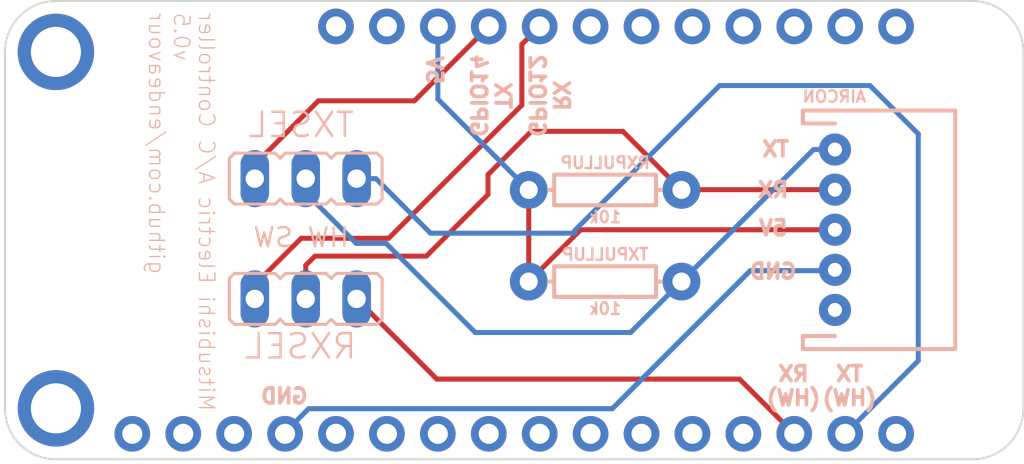
<source format=kicad_pcb>
(kicad_pcb (version 20171130) (host pcbnew 5.0.2+dfsg1-1)

  (general
    (thickness 1.6)
    (drawings 11)
    (tracks 65)
    (zones 0)
    (modules 6)
    (nets 32)
  )

  (page A4)
  (layers
    (0 Top signal)
    (31 Bottom signal)
    (32 B.Adhes user)
    (33 F.Adhes user)
    (34 B.Paste user)
    (35 F.Paste user)
    (36 B.SilkS user)
    (37 F.SilkS user)
    (38 B.Mask user)
    (39 F.Mask user)
    (40 Dwgs.User user)
    (41 Cmts.User user)
    (42 Eco1.User user)
    (43 Eco2.User user)
    (44 Edge.Cuts user)
    (45 Margin user)
    (46 B.CrtYd user)
    (47 F.CrtYd user)
    (48 B.Fab user)
    (49 F.Fab user)
  )

  (setup
    (last_trace_width 0.25)
    (trace_clearance 0.1524)
    (zone_clearance 0.508)
    (zone_45_only no)
    (trace_min 0.2)
    (segment_width 0.2)
    (edge_width 0.15)
    (via_size 0.8)
    (via_drill 0.4)
    (via_min_size 0.4)
    (via_min_drill 0.3)
    (uvia_size 0.3)
    (uvia_drill 0.1)
    (uvias_allowed no)
    (uvia_min_size 0.2)
    (uvia_min_drill 0.1)
    (pcb_text_width 0.3)
    (pcb_text_size 1.5 1.5)
    (mod_edge_width 0.15)
    (mod_text_size 1 1)
    (mod_text_width 0.15)
    (pad_size 2.8448 1.4224)
    (pad_drill 0.9144)
    (pad_to_mask_clearance 0.051)
    (solder_mask_min_width 0.25)
    (aux_axis_origin 0 0)
    (visible_elements FFFFFF7F)
    (pcbplotparams
      (layerselection 0x010fc_ffffffff)
      (usegerberextensions false)
      (usegerberattributes false)
      (usegerberadvancedattributes false)
      (creategerberjobfile false)
      (excludeedgelayer true)
      (linewidth 0.100000)
      (plotframeref false)
      (viasonmask false)
      (mode 1)
      (useauxorigin false)
      (hpglpennumber 1)
      (hpglpenspeed 20)
      (hpglpendiameter 15.000000)
      (psnegative false)
      (psa4output false)
      (plotreference true)
      (plotvalue true)
      (plotinvisibletext false)
      (padsonsilk false)
      (subtractmaskfromsilk false)
      (outputformat 1)
      (mirror false)
      (drillshape 1)
      (scaleselection 1)
      (outputdirectory ""))
  )

  (net 0 "")
  (net 1 "Net-(MS1-Pad1)")
  (net 2 3V)
  (net 3 "Net-(MS1-Pad3)")
  (net 4 /GND)
  (net 5 "Net-(MS1-Pad16)")
  (net 6 "Net-(MS1-Pad15)")
  (net 7 "Net-(MS1-Pad14)")
  (net 8 "Net-(MS1-Pad13)")
  (net 9 "Net-(MS1-Pad12)")
  (net 10 "Net-(MS1-Pad11)")
  (net 11 "Net-(MS1-Pad10)")
  (net 12 "Net-(MS1-Pad9)")
  (net 13 "Net-(MS1-Pad8)")
  (net 14 "Net-(MS1-Pad7)")
  (net 15 "Net-(MS1-Pad6)")
  (net 16 "Net-(MS1-Pad5)")
  (net 17 "Net-(MS1-Pad17)")
  (net 18 "Net-(MS1-Pad18)")
  (net 19 "Net-(MS1-Pad19)")
  (net 20 "Net-(MS1-Pad20)")
  (net 21 "Net-(MS1-Pad21)")
  (net 22 "Net-(MS1-Pad22)")
  (net 23 "Net-(MS1-Pad23)")
  (net 24 "Net-(MS1-Pad24)")
  (net 25 "Net-(MS1-Pad25)")
  (net 26 /USB)
  (net 27 "Net-(MS1-Pad27)")
  (net 28 VBAT)
  (net 29 /RX)
  (net 30 /N$1)
  (net 31 /12V)

  (net_class Default "This is the default net class."
    (clearance 0.1524)
    (trace_width 0.25)
    (via_dia 0.8)
    (via_drill 0.4)
    (uvia_dia 0.3)
    (uvia_drill 0.1)
    (add_net /12V)
    (add_net /GND)
    (add_net /N$1)
    (add_net /RX)
    (add_net /USB)
    (add_net 3V)
    (add_net "Net-(MS1-Pad1)")
    (add_net "Net-(MS1-Pad10)")
    (add_net "Net-(MS1-Pad11)")
    (add_net "Net-(MS1-Pad12)")
    (add_net "Net-(MS1-Pad13)")
    (add_net "Net-(MS1-Pad14)")
    (add_net "Net-(MS1-Pad15)")
    (add_net "Net-(MS1-Pad16)")
    (add_net "Net-(MS1-Pad17)")
    (add_net "Net-(MS1-Pad18)")
    (add_net "Net-(MS1-Pad19)")
    (add_net "Net-(MS1-Pad20)")
    (add_net "Net-(MS1-Pad21)")
    (add_net "Net-(MS1-Pad22)")
    (add_net "Net-(MS1-Pad23)")
    (add_net "Net-(MS1-Pad24)")
    (add_net "Net-(MS1-Pad25)")
    (add_net "Net-(MS1-Pad27)")
    (add_net "Net-(MS1-Pad3)")
    (add_net "Net-(MS1-Pad5)")
    (add_net "Net-(MS1-Pad6)")
    (add_net "Net-(MS1-Pad7)")
    (add_net "Net-(MS1-Pad8)")
    (add_net "Net-(MS1-Pad9)")
    (add_net VBAT)
  )

  (module shield2:FEATHERWING (layer Top) (tedit 0) (tstamp 5CCF2CAB)
    (at 148.5011 105.0036)
    (path /F080EFF09DEB2709)
    (fp_text reference MS1 (at 0 0) (layer F.SilkS) hide
      (effects (font (size 1.27 1.27) (thickness 0.15)))
    )
    (fp_text value FEATHERWING (at 0 0) (layer F.SilkS) hide
      (effects (font (size 1.27 1.27) (thickness 0.15)))
    )
    (fp_arc (start 2.54 -2.54) (end 0 -2.54) (angle -90) (layer Edge.Cuts) (width 0.1))
    (fp_line (start 0 -20.32) (end 0 -2.54) (layer Edge.Cuts) (width 0.1))
    (fp_arc (start 2.54 -20.32) (end 2.54 -22.86) (angle -90) (layer Edge.Cuts) (width 0.1))
    (fp_line (start 48.26 -22.86) (end 2.54 -22.86) (layer Edge.Cuts) (width 0.1))
    (fp_arc (start 48.26 -20.32) (end 50.8 -20.32) (angle -90) (layer Edge.Cuts) (width 0.1))
    (fp_line (start 50.8 -2.54) (end 50.8 -20.32) (layer Edge.Cuts) (width 0.1))
    (fp_arc (start 48.26 -2.54) (end 48.26 0) (angle -90) (layer Edge.Cuts) (width 0.1))
    (fp_line (start 2.54 0) (end 48.26 0) (layer Edge.Cuts) (width 0.1))
    (pad 1 thru_hole circle (at 6.35 -1.27) (size 1.778 1.778) (drill 1) (layers *.Cu *.Mask)
      (net 1 "Net-(MS1-Pad1)") (solder_mask_margin 0.1016))
    (pad 2 thru_hole circle (at 8.89 -1.27) (size 1.778 1.778) (drill 1) (layers *.Cu *.Mask)
      (net 2 3V) (solder_mask_margin 0.1016))
    (pad 3 thru_hole circle (at 11.43 -1.27) (size 1.778 1.778) (drill 1) (layers *.Cu *.Mask)
      (net 3 "Net-(MS1-Pad3)") (solder_mask_margin 0.1016))
    (pad 4 thru_hole circle (at 13.97 -1.27) (size 1.778 1.778) (drill 1) (layers *.Cu *.Mask)
      (net 4 /GND) (solder_mask_margin 0.1016))
    (pad 16 thru_hole circle (at 44.45 -1.27) (size 1.778 1.778) (drill 1) (layers *.Cu *.Mask)
      (net 5 "Net-(MS1-Pad16)") (solder_mask_margin 0.1016))
    (pad 15 thru_hole circle (at 41.91 -1.27) (size 1.778 1.778) (drill 1) (layers *.Cu *.Mask)
      (net 6 "Net-(MS1-Pad15)") (solder_mask_margin 0.1016))
    (pad 14 thru_hole circle (at 39.37 -1.27) (size 1.778 1.778) (drill 1) (layers *.Cu *.Mask)
      (net 7 "Net-(MS1-Pad14)") (solder_mask_margin 0.1016))
    (pad 13 thru_hole circle (at 36.83 -1.27) (size 1.778 1.778) (drill 1) (layers *.Cu *.Mask)
      (net 8 "Net-(MS1-Pad13)") (solder_mask_margin 0.1016))
    (pad 12 thru_hole circle (at 34.29 -1.27) (size 1.778 1.778) (drill 1) (layers *.Cu *.Mask)
      (net 9 "Net-(MS1-Pad12)") (solder_mask_margin 0.1016))
    (pad 11 thru_hole circle (at 31.75 -1.27) (size 1.778 1.778) (drill 1) (layers *.Cu *.Mask)
      (net 10 "Net-(MS1-Pad11)") (solder_mask_margin 0.1016))
    (pad 10 thru_hole circle (at 29.21 -1.27) (size 1.778 1.778) (drill 1) (layers *.Cu *.Mask)
      (net 11 "Net-(MS1-Pad10)") (solder_mask_margin 0.1016))
    (pad 9 thru_hole circle (at 26.67 -1.27) (size 1.778 1.778) (drill 1) (layers *.Cu *.Mask)
      (net 12 "Net-(MS1-Pad9)") (solder_mask_margin 0.1016))
    (pad 8 thru_hole circle (at 24.13 -1.27) (size 1.778 1.778) (drill 1) (layers *.Cu *.Mask)
      (net 13 "Net-(MS1-Pad8)") (solder_mask_margin 0.1016))
    (pad 7 thru_hole circle (at 21.59 -1.27) (size 1.778 1.778) (drill 1) (layers *.Cu *.Mask)
      (net 14 "Net-(MS1-Pad7)") (solder_mask_margin 0.1016))
    (pad 6 thru_hole circle (at 19.05 -1.27) (size 1.778 1.778) (drill 1) (layers *.Cu *.Mask)
      (net 15 "Net-(MS1-Pad6)") (solder_mask_margin 0.1016))
    (pad 5 thru_hole circle (at 16.51 -1.27) (size 1.778 1.778) (drill 1) (layers *.Cu *.Mask)
      (net 16 "Net-(MS1-Pad5)") (solder_mask_margin 0.1016))
    (pad 17 thru_hole circle (at 44.45 -21.59) (size 1.778 1.778) (drill 1) (layers *.Cu *.Mask)
      (net 17 "Net-(MS1-Pad17)") (solder_mask_margin 0.1016))
    (pad 18 thru_hole circle (at 41.91 -21.59) (size 1.778 1.778) (drill 1) (layers *.Cu *.Mask)
      (net 18 "Net-(MS1-Pad18)") (solder_mask_margin 0.1016))
    (pad 19 thru_hole circle (at 39.37 -21.59) (size 1.778 1.778) (drill 1) (layers *.Cu *.Mask)
      (net 19 "Net-(MS1-Pad19)") (solder_mask_margin 0.1016))
    (pad 20 thru_hole circle (at 36.83 -21.59) (size 1.778 1.778) (drill 1) (layers *.Cu *.Mask)
      (net 20 "Net-(MS1-Pad20)") (solder_mask_margin 0.1016))
    (pad 21 thru_hole circle (at 34.29 -21.59) (size 1.778 1.778) (drill 1) (layers *.Cu *.Mask)
      (net 21 "Net-(MS1-Pad21)") (solder_mask_margin 0.1016))
    (pad 22 thru_hole circle (at 31.75 -21.59) (size 1.778 1.778) (drill 1) (layers *.Cu *.Mask)
      (net 22 "Net-(MS1-Pad22)") (solder_mask_margin 0.1016))
    (pad 23 thru_hole circle (at 29.21 -21.59) (size 1.778 1.778) (drill 1) (layers *.Cu *.Mask)
      (net 23 "Net-(MS1-Pad23)") (solder_mask_margin 0.1016))
    (pad 24 thru_hole circle (at 26.67 -21.59) (size 1.778 1.778) (drill 1) (layers *.Cu *.Mask)
      (net 24 "Net-(MS1-Pad24)") (solder_mask_margin 0.1016))
    (pad 25 thru_hole circle (at 24.13 -21.59) (size 1.778 1.778) (drill 1) (layers *.Cu *.Mask)
      (net 25 "Net-(MS1-Pad25)") (solder_mask_margin 0.1016))
    (pad 26 thru_hole circle (at 21.59 -21.59) (size 1.778 1.778) (drill 1) (layers *.Cu *.Mask)
      (net 26 /USB) (solder_mask_margin 0.1016))
    (pad 27 thru_hole circle (at 19.05 -21.59) (size 1.778 1.778) (drill 1) (layers *.Cu *.Mask)
      (net 27 "Net-(MS1-Pad27)") (solder_mask_margin 0.1016))
    (pad 28 thru_hole circle (at 16.51 -21.59) (size 1.778 1.778) (drill 1) (layers *.Cu *.Mask)
      (net 28 VBAT) (solder_mask_margin 0.1016))
    (pad P$2 thru_hole circle (at 2.54 -2.54) (size 3.81 3.81) (drill 2.5) (layers *.Cu *.Mask)
      (solder_mask_margin 0.1016))
    (pad P$1 thru_hole circle (at 2.54 -20.32) (size 3.81 3.81) (drill 2.5) (layers *.Cu *.Mask)
      (solder_mask_margin 0.1016))
    (pad "" np_thru_hole circle (at 48.26 -2.54) (size 2.54 2.54) (drill 2.54) (layers *.Cu *.Mask))
    (pad "" np_thru_hole circle (at 48.26 -20.32) (size 2.54 2.54) (drill 2.54) (layers *.Cu *.Mask))
  )

  (module shield2:JST-5-PTH (layer Bottom) (tedit 5CCF39C3) (tstamp 5CCF2C9C)
    (at 189.9011 93.5536 90)
    (descr "<h3>JST 5 Pin Right Angle Plated Through Hole</h3>\n<p>Specifications:\n<ul><li>Pin count: 5</li>\n<li>Pin pitch: 2mm</li>\n</ul></p>\n<p><a href=”https://www.sparkfun.com/datasheets/Prototyping/ePH.pdf”>Datasheet referenced for footprint</a></p>\n<p>Example device(s):\n<ul><li>CONN_05</li>\n</ul></p>")
    (path /2D5C491CC1F1BB60)
    (fp_text reference AIRCON (at 6.3046 1.6149 180) (layer B.SilkS)
      (effects (font (size 0.57912 0.57912) (thickness 0.115824)) (justify left bottom mirror))
    )
    (fp_text value CONN_05JST (at -1.651 2.413 90) (layer B.Fab)
      (effects (font (size 0.57912 0.57912) (thickness 0.115824)) (justify left bottom mirror))
    )
    (fp_line (start 5.3 -1.6) (end 5.3 0) (layer B.SilkS) (width 0.2032))
    (fp_line (start -5.3 -1.6) (end -5.3 0) (layer B.SilkS) (width 0.2032))
    (fp_line (start 5.95 -1.6) (end 5.3 -1.6) (layer B.SilkS) (width 0.2032))
    (fp_line (start -5.95 -1.6) (end -5.3 -1.6) (layer B.SilkS) (width 0.2032))
    (fp_line (start 5.95 6) (end 5.95 -1.6) (layer B.SilkS) (width 0.2032))
    (fp_line (start -5.95 6) (end 5.95 6) (layer B.SilkS) (width 0.2032))
    (fp_line (start -5.95 -1.6) (end -5.95 6) (layer B.SilkS) (width 0.2032))
    (pad TX thru_hole circle (at 4 0 90) (size 1.6 1.6) (drill 0.7) (layers *.Cu *.Mask)
      (solder_mask_margin 0.1016))
    (pad RX thru_hole circle (at 2 0 90) (size 1.6 1.6) (drill 0.7) (layers *.Cu *.Mask)
      (solder_mask_margin 0.1016))
    (pad 3 thru_hole circle (at 0 0 90) (size 1.6 1.6) (drill 0.7) (layers *.Cu *.Mask)
      (net 26 /USB) (solder_mask_margin 0.1016))
    (pad 2 thru_hole circle (at -2 0 90) (size 1.6 1.6) (drill 0.7) (layers *.Cu *.Mask)
      (net 4 /GND) (solder_mask_margin 0.1016))
    (pad 1 thru_hole circle (at -4 0 90) (size 1.6 1.6) (drill 0.7) (layers *.Cu *.Mask)
      (net 31 /12V) (solder_mask_margin 0.1016))
  )

  (module shield2:JP2 (layer Bottom) (tedit 5CCF3A20) (tstamp 5CCF2CD6)
    (at 163.5011 91.0036 180)
    (descr <b>JUMPER</b>)
    (path /15EE9C61BAD0AD58)
    (fp_text reference TXSEL (at -2.4879 1.9766) (layer B.SilkS)
      (effects (font (size 1.2065 1.2065) (thickness 0.12065)) (justify left bottom mirror))
    )
    (fp_text value JP2E (at -3.556 -4.318) (layer B.Fab)
      (effects (font (size 1.2065 1.2065) (thickness 0.12065)) (justify left bottom mirror))
    )
    (fp_poly (pts (xy 2.2352 -0.3048) (xy 2.8448 -0.3048) (xy 2.8448 0.3048) (xy 2.2352 0.3048)) (layer B.Fab) (width 0))
    (fp_poly (pts (xy -0.3048 -0.3048) (xy 0.3048 -0.3048) (xy 0.3048 0.3048) (xy -0.3048 0.3048)) (layer B.Fab) (width 0))
    (fp_poly (pts (xy -2.8448 -0.3048) (xy -2.2352 -0.3048) (xy -2.2352 0.3048) (xy -2.8448 0.3048)) (layer B.Fab) (width 0))
    (fp_text user SW (at 0.5601 -3.4844 180) (layer B.SilkS)
      (effects (font (size 0.94107 0.94107) (thickness 0.118872)) (justify left bottom mirror))
    )
    (fp_text user "" (at 0 -2.667 180) (layer B.SilkS)
      (effects (font (size 0.94107 0.94107) (thickness 0.118872)) (justify left bottom mirror))
    )
    (fp_text user HW (at -2.2339 -3.4844 180) (layer B.SilkS)
      (effects (font (size 0.94107 0.94107) (thickness 0.118872)) (justify left bottom mirror))
    )
    (fp_line (start -1.524 -1.27) (end -3.556 -1.27) (layer B.SilkS) (width 0.1524))
    (fp_line (start 1.016 -1.27) (end -1.016 -1.27) (layer B.SilkS) (width 0.1524))
    (fp_line (start -3.81 -1.016) (end -3.556 -1.27) (layer B.SilkS) (width 0.1524))
    (fp_line (start -1.524 -1.27) (end -1.27 -1.016) (layer B.SilkS) (width 0.1524))
    (fp_line (start -1.27 -1.016) (end -1.016 -1.27) (layer B.SilkS) (width 0.1524))
    (fp_line (start 1.016 -1.27) (end 1.27 -1.016) (layer B.SilkS) (width 0.1524))
    (fp_line (start -1.524 1.27) (end -3.556 1.27) (layer B.SilkS) (width 0.1524))
    (fp_line (start -3.81 1.016) (end -3.556 1.27) (layer B.SilkS) (width 0.1524))
    (fp_line (start -1.524 1.27) (end -1.27 1.016) (layer B.SilkS) (width 0.1524))
    (fp_line (start -1.27 1.016) (end -1.016 1.27) (layer B.SilkS) (width 0.1524))
    (fp_line (start 1.016 1.27) (end -1.016 1.27) (layer B.SilkS) (width 0.1524))
    (fp_line (start 1.016 1.27) (end 1.27 1.016) (layer B.SilkS) (width 0.1524))
    (fp_line (start 3.81 1.016) (end 3.81 -1.016) (layer B.SilkS) (width 0.1524))
    (fp_line (start 3.556 1.27) (end 3.81 1.016) (layer B.SilkS) (width 0.1524))
    (fp_line (start 3.556 -1.27) (end 3.81 -1.016) (layer B.SilkS) (width 0.1524))
    (fp_line (start 1.27 -1.016) (end 1.524 -1.27) (layer B.SilkS) (width 0.1524))
    (fp_line (start 3.556 -1.27) (end 1.524 -1.27) (layer B.SilkS) (width 0.1524))
    (fp_line (start 1.27 1.016) (end 1.524 1.27) (layer B.SilkS) (width 0.1524))
    (fp_line (start 3.556 1.27) (end 1.524 1.27) (layer B.SilkS) (width 0.1524))
    (fp_line (start -3.81 -1.016) (end -3.81 1.016) (layer B.SilkS) (width 0.1524))
    (pad 3 thru_hole oval (at 2.54 0 90) (size 2.8448 1.4224) (drill 0.9144) (layers *.Cu *.Mask)
      (net 25 "Net-(MS1-Pad25)") (solder_mask_margin 0.1016))
    (pad 2 thru_hole oval (at 0 0 90) (size 2.8448 1.4224) (drill 0.9144) (layers *.Cu *.Mask)
      (net 29 /RX) (solder_mask_margin 0.1016))
    (pad 1 thru_hole oval (at -2.54 0 90) (size 2.8448 1.4224) (drill 0.9144) (layers *.Cu *.Mask)
      (net 6 "Net-(MS1-Pad15)") (solder_mask_margin 0.1016))
  )

  (module shield2:JP2 (layer Bottom) (tedit 5CCF2DB1) (tstamp 5CCF2CF6)
    (at 163.5011 97.0036 180)
    (descr <b>JUMPER</b>)
    (path /3CE41840505343D8)
    (fp_text reference RXSEL (at -2.6149 -3.0724) (layer B.SilkS)
      (effects (font (size 1.2065 1.2065) (thickness 0.12065)) (justify left bottom mirror))
    )
    (fp_text value JP2E (at -3.556 -4.318) (layer B.Fab)
      (effects (font (size 1.2065 1.2065) (thickness 0.12065)) (justify left bottom mirror))
    )
    (fp_poly (pts (xy 2.2352 -0.3048) (xy 2.8448 -0.3048) (xy 2.8448 0.3048) (xy 2.2352 0.3048)) (layer B.Fab) (width 0))
    (fp_poly (pts (xy -0.3048 -0.3048) (xy 0.3048 -0.3048) (xy 0.3048 0.3048) (xy -0.3048 0.3048)) (layer B.Fab) (width 0))
    (fp_poly (pts (xy -2.8448 -0.3048) (xy -2.2352 -0.3048) (xy -2.2352 0.3048) (xy -2.8448 0.3048)) (layer B.Fab) (width 0))
    (fp_text user "" (at 2.54 -2.667 180) (layer B.SilkS)
      (effects (font (size 0.94107 0.94107) (thickness 0.118872)) (justify left bottom mirror))
    )
    (fp_text user "" (at 0 -2.667 180) (layer B.SilkS)
      (effects (font (size 0.94107 0.94107) (thickness 0.118872)) (justify left bottom mirror))
    )
    (fp_text user "" (at -2.54 -2.667 180) (layer B.SilkS)
      (effects (font (size 0.94107 0.94107) (thickness 0.118872)) (justify left bottom mirror))
    )
    (fp_line (start -1.524 -1.27) (end -3.556 -1.27) (layer B.SilkS) (width 0.1524))
    (fp_line (start 1.016 -1.27) (end -1.016 -1.27) (layer B.SilkS) (width 0.1524))
    (fp_line (start -3.81 -1.016) (end -3.556 -1.27) (layer B.SilkS) (width 0.1524))
    (fp_line (start -1.524 -1.27) (end -1.27 -1.016) (layer B.SilkS) (width 0.1524))
    (fp_line (start -1.27 -1.016) (end -1.016 -1.27) (layer B.SilkS) (width 0.1524))
    (fp_line (start 1.016 -1.27) (end 1.27 -1.016) (layer B.SilkS) (width 0.1524))
    (fp_line (start -1.524 1.27) (end -3.556 1.27) (layer B.SilkS) (width 0.1524))
    (fp_line (start -3.81 1.016) (end -3.556 1.27) (layer B.SilkS) (width 0.1524))
    (fp_line (start -1.524 1.27) (end -1.27 1.016) (layer B.SilkS) (width 0.1524))
    (fp_line (start -1.27 1.016) (end -1.016 1.27) (layer B.SilkS) (width 0.1524))
    (fp_line (start 1.016 1.27) (end -1.016 1.27) (layer B.SilkS) (width 0.1524))
    (fp_line (start 1.016 1.27) (end 1.27 1.016) (layer B.SilkS) (width 0.1524))
    (fp_line (start 3.81 1.016) (end 3.81 -1.016) (layer B.SilkS) (width 0.1524))
    (fp_line (start 3.556 1.27) (end 3.81 1.016) (layer B.SilkS) (width 0.1524))
    (fp_line (start 3.556 -1.27) (end 3.81 -1.016) (layer B.SilkS) (width 0.1524))
    (fp_line (start 1.27 -1.016) (end 1.524 -1.27) (layer B.SilkS) (width 0.1524))
    (fp_line (start 3.556 -1.27) (end 1.524 -1.27) (layer B.SilkS) (width 0.1524))
    (fp_line (start 1.27 1.016) (end 1.524 1.27) (layer B.SilkS) (width 0.1524))
    (fp_line (start 3.556 1.27) (end 1.524 1.27) (layer B.SilkS) (width 0.1524))
    (fp_line (start -3.81 -1.016) (end -3.81 1.016) (layer B.SilkS) (width 0.1524))
    (pad 3 thru_hole oval (at 2.54 0 90) (size 2.8448 1.4224) (drill 0.9144) (layers *.Cu *.Mask)
      (net 24 "Net-(MS1-Pad24)") (solder_mask_margin 0.1016))
    (pad 2 thru_hole oval (at 0 0 90) (size 2.8448 1.4224) (drill 0.9144) (layers *.Cu *.Mask)
      (net 30 /N$1) (solder_mask_margin 0.1016))
    (pad 1 thru_hole oval (at -2.54 0 90) (size 2.8448 1.4224) (drill 0.9144) (layers *.Cu *.Mask)
      (net 7 "Net-(MS1-Pad14)") (solder_mask_margin 0.1016))
  )

  (module shield2:AXIAL-0.3 (layer Bottom) (tedit 5CCF4521) (tstamp 5CCF2D16)
    (at 178.435 91.567 180)
    (descr "<h3>AXIAL-0.3</h3>\n<p>Commonly used for 1/4W through-hole resistors. 0.3\" pitch between holes.</p>")
    (path /8EC5D11C3914C576)
    (fp_text reference RXPULLUP1 (at 0 0) (layer B.SilkS) hide
      (effects (font (size 0.57912 0.57912) (thickness 0.115824)) (justify left bottom mirror))
    )
    (fp_text value 10k (at 0 0) (layer B.SilkS) hide
      (effects (font (size 0.57912 0.57912) (thickness 0.115824)) (justify left bottom mirror))
    )
    (fp_text user 10k (at 0 -1.016 180) (layer B.SilkS)
      (effects (font (size 0.57912 0.57912) (thickness 0.12192)) (justify top mirror))
    )
    (fp_text user RXPULLUP (at 0 1.016 180) (layer B.SilkS)
      (effects (font (size 0.57912 0.57912) (thickness 0.12192)) (justify bottom mirror))
    )
    (fp_line (start -2.54 0) (end -2.794 0) (layer B.SilkS) (width 0.2032))
    (fp_line (start 2.54 0) (end 2.794 0) (layer B.SilkS) (width 0.2032))
    (fp_line (start -2.54 0) (end -2.54 0.762) (layer B.SilkS) (width 0.2032))
    (fp_line (start -2.54 -0.762) (end -2.54 0) (layer B.SilkS) (width 0.2032))
    (fp_line (start 2.54 -0.762) (end -2.54 -0.762) (layer B.SilkS) (width 0.2032))
    (fp_line (start 2.54 0) (end 2.54 -0.762) (layer B.SilkS) (width 0.2032))
    (fp_line (start 2.54 0.762) (end 2.54 0) (layer B.SilkS) (width 0.2032))
    (fp_line (start -2.54 0.762) (end 2.54 0.762) (layer B.SilkS) (width 0.2032))
    (pad P$2 thru_hole circle (at 3.81 0 180) (size 1.8796 1.8796) (drill 0.9) (layers *.Cu *.Mask)
      (net 26 /USB) (solder_mask_margin 0.1016))
    (pad P$1 thru_hole circle (at -3.81 0 180) (size 1.8796 1.8796) (drill 0.9) (layers *.Cu *.Mask)
      (net 30 /N$1) (solder_mask_margin 0.1016))
  )

  (module shield2:AXIAL-0.3 (layer Bottom) (tedit 5CCF4526) (tstamp 5CCF2D25)
    (at 178.435 96.139 180)
    (descr "<h3>AXIAL-0.3</h3>\n<p>Commonly used for 1/4W through-hole resistors. 0.3\" pitch between holes.</p>")
    (path /AA72E13CA1157D34)
    (fp_text reference TXPULLUP1 (at 0 0) (layer B.SilkS) hide
      (effects (font (size 0.57912 0.57912) (thickness 0.115824)) (justify left bottom mirror))
    )
    (fp_text value 10k (at 0 0) (layer B.SilkS) hide
      (effects (font (size 0.57912 0.57912) (thickness 0.115824)) (justify left bottom mirror))
    )
    (fp_text user 10k (at 0 -1.016 180) (layer B.SilkS)
      (effects (font (size 0.57912 0.57912) (thickness 0.12192)) (justify top mirror))
    )
    (fp_text user TXPULLUP (at 0 1.016 180) (layer B.SilkS)
      (effects (font (size 0.57912 0.57912) (thickness 0.12192)) (justify bottom mirror))
    )
    (fp_line (start -2.54 0) (end -2.794 0) (layer B.SilkS) (width 0.2032))
    (fp_line (start 2.54 0) (end 2.794 0) (layer B.SilkS) (width 0.2032))
    (fp_line (start -2.54 0) (end -2.54 0.762) (layer B.SilkS) (width 0.2032))
    (fp_line (start -2.54 -0.762) (end -2.54 0) (layer B.SilkS) (width 0.2032))
    (fp_line (start 2.54 -0.762) (end -2.54 -0.762) (layer B.SilkS) (width 0.2032))
    (fp_line (start 2.54 0) (end 2.54 -0.762) (layer B.SilkS) (width 0.2032))
    (fp_line (start 2.54 0.762) (end 2.54 0) (layer B.SilkS) (width 0.2032))
    (fp_line (start -2.54 0.762) (end 2.54 0.762) (layer B.SilkS) (width 0.2032))
    (pad P$2 thru_hole circle (at 3.81 0 180) (size 1.8796 1.8796) (drill 0.9) (layers *.Cu *.Mask)
      (net 26 /USB) (solder_mask_margin 0.1016))
    (pad P$1 thru_hole circle (at -3.81 0 180) (size 1.8796 1.8796) (drill 0.9) (layers *.Cu *.Mask)
      (net 29 /RX) (solder_mask_margin 0.1016))
  )

  (gr_text GND (at 186.817 95.631) (layer B.SilkS) (tstamp 5CCF9DD1)
    (effects (font (size 0.75 0.75) (thickness 0.1875)) (justify mirror))
  )
  (gr_text 5V (at 186.817 93.472) (layer B.SilkS) (tstamp 5CCF9DD1)
    (effects (font (size 0.75 0.75) (thickness 0.1875)) (justify mirror))
  )
  (gr_text RX (at 186.817 91.567) (layer B.SilkS) (tstamp 5CCF9DD1)
    (effects (font (size 0.75 0.75) (thickness 0.1875)) (justify mirror))
  )
  (gr_text TX (at 186.944 89.535) (layer B.SilkS) (tstamp 5CCF9DD1)
    (effects (font (size 0.75 0.75) (thickness 0.1875)) (justify mirror))
  )
  (gr_text "RX\nGPIO12" (at 175.641 86.868 270) (layer B.SilkS) (tstamp 5CCF9DD1)
    (effects (font (size 0.75 0.75) (thickness 0.1875)) (justify mirror))
  )
  (gr_text "TX\nGPIO14" (at 172.72 86.868 270) (layer B.SilkS) (tstamp 5CCF9DD1)
    (effects (font (size 0.75 0.75) (thickness 0.1875)) (justify mirror))
  )
  (gr_text GND (at 162.433 101.854) (layer B.SilkS) (tstamp 5CCF9DD1)
    (effects (font (size 0.75 0.75) (thickness 0.1875)) (justify mirror))
  )
  (gr_text 5V (at 169.926 85.598 270) (layer B.SilkS) (tstamp 5CCF3CF9)
    (effects (font (size 0.75 0.75) (thickness 0.1875)) (justify mirror))
  )
  (gr_text "RX\n(HW)" (at 187.833 101.346) (layer B.SilkS) (tstamp 5CCF9DD1)
    (effects (font (size 0.75 0.75) (thickness 0.1875)) (justify mirror))
  )
  (gr_text "TX\n(HW)" (at 190.627 101.346) (layer B.SilkS)
    (effects (font (size 0.75 0.75) (thickness 0.1875)) (justify mirror))
  )
  (gr_text "Mitsubishi Electric A/C Controller\nv0.5\ngithub.com/endeavour" (at 159.004 82.677 -90) (layer B.SilkS) (tstamp 56515A8483E0)
    (effects (font (size 0.77216 0.77216) (thickness 0.065024)) (justify right top mirror))
  )

  (segment (start 185.6801 95.5941) (end 189.8111 95.5941) (width 0.254) (layer Bottom) (net 4) (tstamp 56515E0700D0))
  (segment (start 178.7951 102.4791) (end 185.6801 95.5941) (width 0.254) (layer Bottom) (net 4) (tstamp 56515E070600))
  (segment (start 163.6481 102.4791) (end 178.7951 102.4791) (width 0.254) (layer Bottom) (net 4) (tstamp 56515E070AE0))
  (segment (start 162.5006 103.6266) (end 163.6481 102.4791) (width 0.254) (layer Bottom) (net 4) (tstamp 56515E070FC0))
  (segment (start 189.8111 95.5941) (end 189.9011 95.5536) (width 0.254) (layer Bottom) (net 4) (tstamp 56515E071490))
  (segment (start 162.5006 103.6266) (end 162.4711 103.7336) (width 0.254) (layer Bottom) (net 4) (tstamp 56515E071940))
  (segment (start 166.1726 91.0041) (end 166.0411 91.0036) (width 0.254) (layer Bottom) (net 6) (tstamp 56515E07C110))
  (segment (start 190.4996 103.6266) (end 190.4111 103.7336) (width 0.254) (layer Bottom) (net 6) (tstamp 56515E07C5B0))
  (segment (start 167.0023 91.0036) (end 169.7247 93.726) (width 0.25) (layer Bottom) (net 6))
  (segment (start 166.0411 91.0036) (end 167.0023 91.0036) (width 0.25) (layer Bottom) (net 6))
  (segment (start 169.7247 93.726) (end 176.911 93.726) (width 0.25) (layer Bottom) (net 6))
  (segment (start 176.911 93.726) (end 176.911 93.599) (width 0.25) (layer Bottom) (net 6))
  (segment (start 176.911 93.599) (end 184.15 86.36) (width 0.25) (layer Bottom) (net 6))
  (segment (start 184.15 86.36) (end 191.643 86.36) (width 0.25) (layer Bottom) (net 6))
  (segment (start 191.643 86.36) (end 194.056 88.773) (width 0.25) (layer Bottom) (net 6))
  (segment (start 194.056 100.0887) (end 190.4111 103.7336) (width 0.25) (layer Bottom) (net 6))
  (segment (start 194.056 88.773) (end 194.056 100.0887) (width 0.25) (layer Bottom) (net 6))
  (segment (start 187.8711 103.7336) (end 185.1411 101.0036) (width 0.254) (layer Top) (net 7) (tstamp 56515E079A60))
  (segment (start 170.0411 101.0036) (end 166.0411 97.0036) (width 0.254) (layer Top) (net 7) (tstamp 56515E079F10))
  (segment (start 185.1411 101.0036) (end 170.0411 101.0036) (width 0.254) (layer Top) (net 7) (tstamp 56515E07A370))
  (segment (start 175.1231 83.4306) (end 175.1231 84.1191) (width 0.254) (layer Top) (net 24) (tstamp 56515E0768D0))
  (segment (start 161.1236 96.9711) (end 160.9611 97.0036) (width 0.254) (layer Top) (net 24) (tstamp 56515E076DB0))
  (segment (start 175.1231 83.4306) (end 175.1711 83.4136) (width 0.254) (layer Top) (net 24) (tstamp 56515E077250))
  (segment (start 174.282101 84.302599) (end 174.282101 87.337899) (width 0.25) (layer Top) (net 24))
  (segment (start 175.1711 83.4136) (end 174.282101 84.302599) (width 0.25) (layer Top) (net 24))
  (segment (start 160.9611 96.2924) (end 163.2735 93.98) (width 0.25) (layer Top) (net 24))
  (segment (start 160.9611 97.0036) (end 160.9611 96.2924) (width 0.25) (layer Top) (net 24))
  (segment (start 163.2735 93.98) (end 167.64 93.98) (width 0.25) (layer Top) (net 24))
  (segment (start 167.64 93.98) (end 168.91 92.71) (width 0.25) (layer Top) (net 24))
  (segment (start 174.282101 87.337899) (end 168.91 92.71) (width 0.25) (layer Top) (net 24))
  (segment (start 168.91 92.71) (end 168.783 92.837) (width 0.25) (layer Top) (net 24))
  (segment (start 161.1236 90.7746) (end 160.9611 91.0036) (width 0.254) (layer Top) (net 25) (tstamp 56515E078B60))
  (segment (start 172.5986 83.4306) (end 172.6311 83.4136) (width 0.254) (layer Top) (net 25) (tstamp 56515E079000))
  (segment (start 160.9611 90.2924) (end 164.1315 87.122) (width 0.25) (layer Top) (net 25))
  (segment (start 160.9611 91.0036) (end 160.9611 90.2924) (width 0.25) (layer Top) (net 25))
  (segment (start 168.9227 87.122) (end 172.6311 83.4136) (width 0.25) (layer Top) (net 25))
  (segment (start 164.1315 87.122) (end 168.9227 87.122) (width 0.25) (layer Top) (net 25))
  (segment (start 170.3036 83.4306) (end 170.0911 83.4136) (width 0.254) (layer Bottom) (net 26) (tstamp 56515E07F8E0))
  (segment (start 189.9011 93.5536) (end 178.5011 93.5536) (width 0.254) (layer Top) (net 26) (tstamp 56515E080240))
  (segment (start 174.625 94.809923) (end 174.625 91.567) (width 0.25) (layer Top) (net 26))
  (segment (start 174.625 96.139) (end 174.625 94.809923) (width 0.25) (layer Top) (net 26))
  (segment (start 177.2104 93.5536) (end 174.625 96.139) (width 0.25) (layer Top) (net 26))
  (segment (start 178.5011 93.5536) (end 177.2104 93.5536) (width 0.25) (layer Top) (net 26))
  (segment (start 170.0911 87.0331) (end 170.0911 83.4136) (width 0.25) (layer Bottom) (net 26))
  (segment (start 174.625 91.567) (end 170.0911 87.0331) (width 0.25) (layer Bottom) (net 26))
  (segment (start 189.7611 89.5536) (end 189.9011 89.5536) (width 0.254) (layer Bottom) (net 29) (tstamp 56515E074C30))
  (segment (start 163.5011 91.7148) (end 166.0203 94.234) (width 0.25) (layer Bottom) (net 29))
  (segment (start 163.5011 91.0036) (end 163.5011 91.7148) (width 0.25) (layer Bottom) (net 29))
  (segment (start 166.0203 94.234) (end 167.513 94.234) (width 0.25) (layer Bottom) (net 29))
  (segment (start 167.513 94.234) (end 171.958 98.679) (width 0.25) (layer Bottom) (net 29))
  (segment (start 179.705 98.679) (end 182.245 96.139) (width 0.25) (layer Bottom) (net 29))
  (segment (start 171.958 98.679) (end 179.705 98.679) (width 0.25) (layer Bottom) (net 29))
  (segment (start 188.8304 89.5536) (end 189.9011 89.5536) (width 0.25) (layer Bottom) (net 29))
  (segment (start 182.245 96.139) (end 188.8304 89.5536) (width 0.25) (layer Bottom) (net 29))
  (segment (start 189.8111 91.4631) (end 189.9011 91.5536) (width 0.254) (layer Top) (net 30) (tstamp 56515E0833B0))
  (segment (start 182.2584 91.5536) (end 182.245 91.567) (width 0.25) (layer Top) (net 30))
  (segment (start 189.9011 91.5536) (end 182.2584 91.5536) (width 0.25) (layer Top) (net 30))
  (segment (start 163.9633 94.869) (end 163.5011 95.3312) (width 0.25) (layer Top) (net 30))
  (segment (start 163.5011 95.3312) (end 163.5011 97.0036) (width 0.25) (layer Top) (net 30))
  (segment (start 169.521542 94.869) (end 163.9633 94.869) (width 0.25) (layer Top) (net 30))
  (segment (start 182.245 91.567) (end 179.324 88.646) (width 0.25) (layer Top) (net 30))
  (segment (start 174.752 88.646) (end 172.593 90.805) (width 0.25) (layer Top) (net 30))
  (segment (start 172.593 90.805) (end 172.593 91.797542) (width 0.25) (layer Top) (net 30))
  (segment (start 179.324 88.646) (end 174.752 88.646) (width 0.25) (layer Top) (net 30))
  (segment (start 172.593 91.797542) (end 169.521542 94.869) (width 0.25) (layer Top) (net 30))

)

</source>
